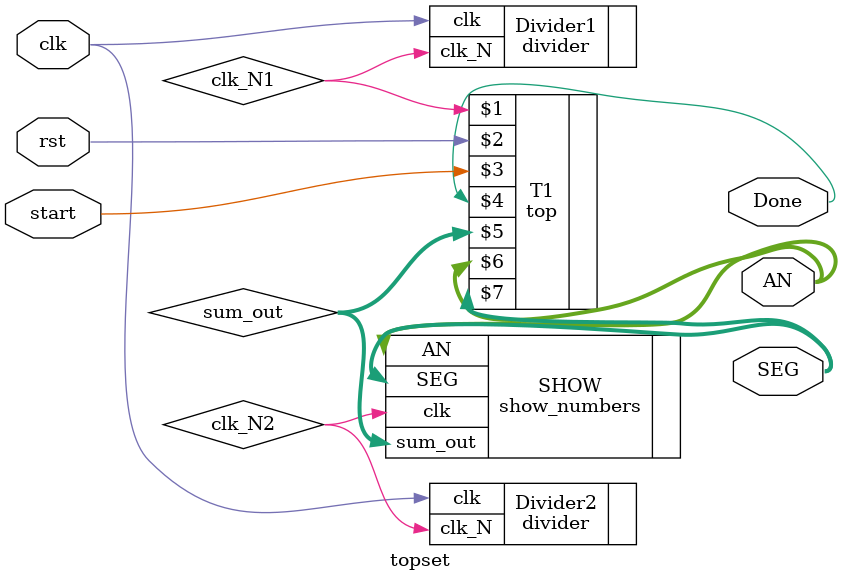
<source format=v>
`timescale 1ns / 1ps

module topset(clk, rst, start, Done, SEG, AN);
  input clk, rst, start;
  output Done;
  output [7:0] SEG;
  output [7:0] AN;

  wire clk_N1, clk_N2;
  wire [31:0]sum_out;

  divider #(100_000_000) Divider1(.clk(clk), .clk_N(clk_N1));
  divider #(200_000) Divider2(.clk(clk), .clk_N(clk_N2));

  show_numbers SHOW(.clk(clk_N2), .sum_out(sum_out), .AN(AN), .SEG(SEG));
  top T1(clk_N1,rst,start,Done,sum_out,AN,SEG);
  
endmodule
</source>
